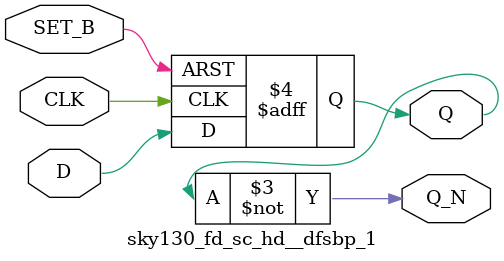
<source format=v>
module sky130_fd_sc_hd__dlxtn_1(input D, GATE_N, output reg Q);
	always @(*) if (~GATE_N) Q <= D;
endmodule

module sky130_fd_sc_hd__mux4_1(input A0, A1, A2, A3, input S0, S1, output X);
	assign X = S1 ? (S0 ? A3 : A2) : (S0 ? A1 : A0);
endmodule

module sky130_fd_sc_hd__nand2_1(input A, B, output Y);
	assign Y = ~(A & B);
endmodule

module sky130_fd_sc_hd__xnor2_1(input A, B, output Y);
	assign Y = ~(A ^ B);
endmodule

module sky130_fd_sc_hd__mux2i_1(input A0, A1, S, output Y);
	assign Y = ~(S ? A1 : A0);
endmodule

module sky130_fd_sc_hd__dfsbp_1(input D, SET_B, CLK, output reg Q, output Q_N);
	always @(posedge CLK, negedge SET_B)
		if (~SET_B)
			Q <= 1'b1;
		else
			Q <= D;
	assign Q_N = ~Q;
endmodule


</source>
